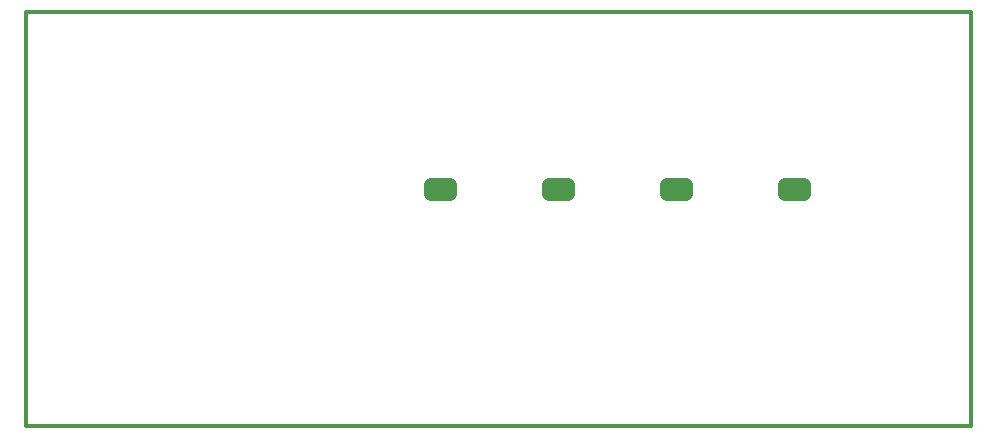
<source format=gko>
%FSLAX25Y25*%
%MOIN*%
G70*
G01*
G75*
G04 Layer_Color=16711935*
%ADD10R,0.04921X0.06299*%
%ADD11R,0.05118X0.03937*%
%ADD12R,0.03937X0.05118*%
%ADD13R,0.07284X0.04724*%
%ADD14O,0.02362X0.08661*%
%ADD15R,0.02362X0.08661*%
%ADD16R,0.04724X0.02559*%
%ADD17R,0.02362X0.09449*%
%ADD18O,0.02362X0.09449*%
%ADD19R,0.06299X0.04921*%
G04:AMPARAMS|DCode=20|XSize=157.48mil|YSize=59.06mil|CornerRadius=14.76mil|HoleSize=0mil|Usage=FLASHONLY|Rotation=0.000|XOffset=0mil|YOffset=0mil|HoleType=Round|Shape=RoundedRectangle|*
%AMROUNDEDRECTD20*
21,1,0.15748,0.02953,0,0,0.0*
21,1,0.12795,0.05906,0,0,0.0*
1,1,0.02953,0.06398,-0.01476*
1,1,0.02953,-0.06398,-0.01476*
1,1,0.02953,-0.06398,0.01476*
1,1,0.02953,0.06398,0.01476*
%
%ADD20ROUNDEDRECTD20*%
G04:AMPARAMS|DCode=21|XSize=157.48mil|YSize=59.06mil|CornerRadius=14.76mil|HoleSize=0mil|Usage=FLASHONLY|Rotation=90.000|XOffset=0mil|YOffset=0mil|HoleType=Round|Shape=RoundedRectangle|*
%AMROUNDEDRECTD21*
21,1,0.15748,0.02953,0,0,90.0*
21,1,0.12795,0.05906,0,0,90.0*
1,1,0.02953,0.01476,0.06398*
1,1,0.02953,0.01476,-0.06398*
1,1,0.02953,-0.01476,-0.06398*
1,1,0.02953,-0.01476,0.06398*
%
%ADD21ROUNDEDRECTD21*%
%ADD22C,0.01000*%
%ADD23C,0.01200*%
%ADD24C,0.02000*%
%ADD25C,0.03937*%
%ADD26C,0.00394*%
G04:AMPARAMS|DCode=27|XSize=78.74mil|YSize=60mil|CornerRadius=0mil|HoleSize=0mil|Usage=FLASHONLY|Rotation=0.000|XOffset=0mil|YOffset=0mil|HoleType=Round|Shape=Octagon|*
%AMOCTAGOND27*
4,1,8,0.03937,-0.01500,0.03937,0.01500,0.02437,0.03000,-0.02437,0.03000,-0.03937,0.01500,-0.03937,-0.01500,-0.02437,-0.03000,0.02437,-0.03000,0.03937,-0.01500,0.0*
%
%ADD27OCTAGOND27*%

%ADD28R,0.05906X0.05906*%
%ADD29C,0.05906*%
%ADD30R,0.05906X0.05906*%
%ADD31C,0.06000*%
%ADD32C,0.05000*%
%ADD33C,0.00984*%
%ADD34C,0.00787*%
%ADD35R,0.05721X0.07099*%
%ADD36R,0.05918X0.04737*%
%ADD37R,0.04737X0.05918*%
%ADD38R,0.08083X0.05524*%
%ADD39O,0.03162X0.09461*%
%ADD40R,0.03162X0.09461*%
%ADD41R,0.05524X0.03359*%
%ADD42R,0.03162X0.10249*%
%ADD43O,0.03162X0.10249*%
%ADD44R,0.07099X0.05721*%
G04:AMPARAMS|DCode=45|XSize=165.48mil|YSize=67.06mil|CornerRadius=18.76mil|HoleSize=0mil|Usage=FLASHONLY|Rotation=0.000|XOffset=0mil|YOffset=0mil|HoleType=Round|Shape=RoundedRectangle|*
%AMROUNDEDRECTD45*
21,1,0.16548,0.02953,0,0,0.0*
21,1,0.12795,0.06706,0,0,0.0*
1,1,0.03753,0.06398,-0.01476*
1,1,0.03753,-0.06398,-0.01476*
1,1,0.03753,-0.06398,0.01476*
1,1,0.03753,0.06398,0.01476*
%
%ADD45ROUNDEDRECTD45*%
G04:AMPARAMS|DCode=46|XSize=165.48mil|YSize=67.06mil|CornerRadius=18.76mil|HoleSize=0mil|Usage=FLASHONLY|Rotation=90.000|XOffset=0mil|YOffset=0mil|HoleType=Round|Shape=RoundedRectangle|*
%AMROUNDEDRECTD46*
21,1,0.16548,0.02953,0,0,90.0*
21,1,0.12795,0.06706,0,0,90.0*
1,1,0.03753,0.01476,0.06398*
1,1,0.03753,0.01476,-0.06398*
1,1,0.03753,-0.01476,-0.06398*
1,1,0.03753,-0.01476,0.06398*
%
%ADD46ROUNDEDRECTD46*%
G04:AMPARAMS|DCode=47|XSize=86.74mil|YSize=68mil|CornerRadius=0mil|HoleSize=0mil|Usage=FLASHONLY|Rotation=0.000|XOffset=0mil|YOffset=0mil|HoleType=Round|Shape=Octagon|*
%AMOCTAGOND47*
4,1,8,0.04337,-0.01700,0.04337,0.01700,0.02637,0.03400,-0.02637,0.03400,-0.04337,0.01700,-0.04337,-0.01700,-0.02637,-0.03400,0.02637,-0.03400,0.04337,-0.01700,0.0*
%
%ADD47OCTAGOND47*%

%ADD48R,0.06706X0.06706*%
%ADD49C,0.06706*%
%ADD50R,0.06706X0.06706*%
%ADD51C,0.06800*%
%ADD52C,0.05800*%
%ADD53C,0.04724*%
D23*
X-314961Y174500D02*
Y312295D01*
X-315000Y174500D02*
X0D01*
Y312295D01*
X-314961D02*
X0D01*
D53*
X-173622Y251665D02*
X-173622Y254815D01*
X-179921Y251665D02*
X-173622D01*
X-179921Y254815D02*
X-179921Y251665D01*
X-179921Y254815D02*
X-173622D01*
X-134252Y251665D02*
X-134252Y254815D01*
X-140551Y251665D02*
X-134252D01*
X-140551Y254815D02*
X-140551Y251665D01*
X-140551Y254815D02*
X-134252D01*
X-94882Y251665D02*
X-94882Y254815D01*
X-101181Y251665D02*
X-94882D01*
X-101181Y254815D02*
X-101181Y251665D01*
X-101181Y254815D02*
X-94882D01*
X-55512Y251665D02*
X-55512Y254815D01*
X-61811Y251665D02*
X-55512D01*
X-61811Y254815D02*
X-61811Y251665D01*
X-61811Y254815D02*
X-55512D01*
M02*

</source>
